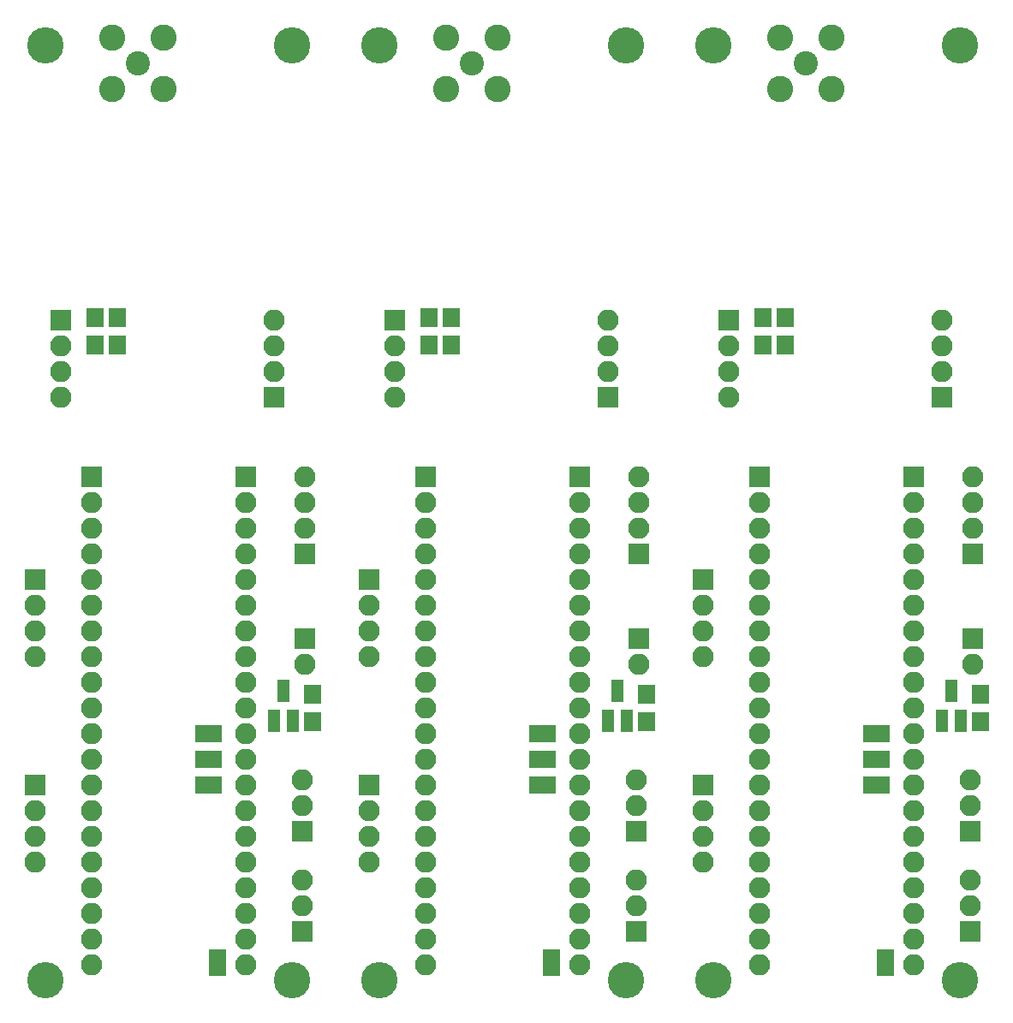
<source format=gbs>
G04 #@! TF.FileFunction,Soldermask,Bot*
%FSLAX46Y46*%
G04 Gerber Fmt 4.6, Leading zero omitted, Abs format (unit mm)*
G04 Created by KiCad (PCBNEW 4.0.6) date Tue Sep  5 22:17:11 2017*
%MOMM*%
%LPD*%
G01*
G04 APERTURE LIST*
%ADD10C,0.100000*%
%ADD11R,1.200000X2.300000*%
%ADD12C,3.600000*%
%ADD13R,2.100000X2.100000*%
%ADD14O,2.100000X2.100000*%
%ADD15R,1.370000X1.670000*%
%ADD16R,1.670000X1.370000*%
%ADD17C,2.600000*%
%ADD18C,2.400000*%
%ADD19R,1.700000X1.900000*%
G04 APERTURE END LIST*
D10*
D11*
X79497000Y-95631000D03*
X77597000Y-95631000D03*
X78547000Y-92631000D03*
D12*
X54991000Y-28797000D03*
X54991000Y-121285000D03*
X79375000Y-121285000D03*
D13*
X80645000Y-79121000D03*
D14*
X80645000Y-76581000D03*
X80645000Y-74041000D03*
X80645000Y-71501000D03*
D13*
X53975000Y-101981000D03*
D14*
X53975000Y-104521000D03*
X53975000Y-107061000D03*
X53975000Y-109601000D03*
D15*
X70485000Y-99441000D03*
X71765000Y-99441000D03*
X70485000Y-101981000D03*
X71765000Y-101981000D03*
D16*
X72009000Y-120147000D03*
X72009000Y-118867000D03*
D13*
X53975000Y-81661000D03*
D14*
X53975000Y-84201000D03*
X53975000Y-86741000D03*
X53975000Y-89281000D03*
D13*
X59605000Y-71465000D03*
D14*
X59605000Y-74005000D03*
X59605000Y-76545000D03*
X59605000Y-79085000D03*
X59605000Y-81625000D03*
X59605000Y-84165000D03*
X59605000Y-86705000D03*
X59605000Y-89245000D03*
X59605000Y-91785000D03*
X59605000Y-94325000D03*
X59605000Y-96865000D03*
X59605000Y-99405000D03*
X59605000Y-101945000D03*
X59605000Y-104485000D03*
X59605000Y-107025000D03*
X59605000Y-109565000D03*
X59605000Y-112105000D03*
X59605000Y-114645000D03*
X59605000Y-117185000D03*
X59605000Y-119725000D03*
D13*
X80391000Y-116459000D03*
D14*
X80391000Y-113919000D03*
X80391000Y-111379000D03*
D13*
X77597000Y-63627000D03*
D14*
X77597000Y-61087000D03*
X77597000Y-58547000D03*
X77597000Y-56007000D03*
D13*
X74845000Y-71465000D03*
D14*
X74845000Y-74005000D03*
X74845000Y-76545000D03*
X74845000Y-79085000D03*
X74845000Y-81625000D03*
X74845000Y-84165000D03*
X74845000Y-86705000D03*
X74845000Y-89245000D03*
X74845000Y-91785000D03*
X74845000Y-94325000D03*
X74845000Y-96865000D03*
X74845000Y-99405000D03*
X74845000Y-101945000D03*
X74845000Y-104485000D03*
X74845000Y-107025000D03*
X74845000Y-109565000D03*
X74845000Y-112105000D03*
X74845000Y-114645000D03*
X74845000Y-117185000D03*
X74845000Y-119725000D03*
D13*
X56515000Y-56007000D03*
D14*
X56515000Y-58547000D03*
X56515000Y-61087000D03*
X56515000Y-63627000D03*
D13*
X80391000Y-106553000D03*
D14*
X80391000Y-104013000D03*
X80391000Y-101473000D03*
D15*
X70485000Y-96901000D03*
X71765000Y-96901000D03*
D17*
X61595000Y-33115000D03*
X61595000Y-28035000D03*
X66675000Y-28035000D03*
X66675000Y-33115000D03*
D18*
X64135000Y-30575000D03*
D12*
X79375000Y-28797000D03*
D13*
X80645000Y-87503000D03*
D14*
X80645000Y-90043000D03*
D19*
X81407000Y-95711000D03*
X81407000Y-93011000D03*
X59944000Y-55720000D03*
X59944000Y-58420000D03*
X62103000Y-55720000D03*
X62103000Y-58420000D03*
D11*
X112517000Y-95631000D03*
X110617000Y-95631000D03*
X111567000Y-92631000D03*
D12*
X88011000Y-28797000D03*
X88011000Y-121285000D03*
X112395000Y-121285000D03*
D13*
X113665000Y-79121000D03*
D14*
X113665000Y-76581000D03*
X113665000Y-74041000D03*
X113665000Y-71501000D03*
D13*
X86995000Y-101981000D03*
D14*
X86995000Y-104521000D03*
X86995000Y-107061000D03*
X86995000Y-109601000D03*
D15*
X103505000Y-99441000D03*
X104785000Y-99441000D03*
X103505000Y-101981000D03*
X104785000Y-101981000D03*
D16*
X105029000Y-120147000D03*
X105029000Y-118867000D03*
D13*
X86995000Y-81661000D03*
D14*
X86995000Y-84201000D03*
X86995000Y-86741000D03*
X86995000Y-89281000D03*
D13*
X92625000Y-71465000D03*
D14*
X92625000Y-74005000D03*
X92625000Y-76545000D03*
X92625000Y-79085000D03*
X92625000Y-81625000D03*
X92625000Y-84165000D03*
X92625000Y-86705000D03*
X92625000Y-89245000D03*
X92625000Y-91785000D03*
X92625000Y-94325000D03*
X92625000Y-96865000D03*
X92625000Y-99405000D03*
X92625000Y-101945000D03*
X92625000Y-104485000D03*
X92625000Y-107025000D03*
X92625000Y-109565000D03*
X92625000Y-112105000D03*
X92625000Y-114645000D03*
X92625000Y-117185000D03*
X92625000Y-119725000D03*
D13*
X113411000Y-116459000D03*
D14*
X113411000Y-113919000D03*
X113411000Y-111379000D03*
D13*
X110617000Y-63627000D03*
D14*
X110617000Y-61087000D03*
X110617000Y-58547000D03*
X110617000Y-56007000D03*
D13*
X107865000Y-71465000D03*
D14*
X107865000Y-74005000D03*
X107865000Y-76545000D03*
X107865000Y-79085000D03*
X107865000Y-81625000D03*
X107865000Y-84165000D03*
X107865000Y-86705000D03*
X107865000Y-89245000D03*
X107865000Y-91785000D03*
X107865000Y-94325000D03*
X107865000Y-96865000D03*
X107865000Y-99405000D03*
X107865000Y-101945000D03*
X107865000Y-104485000D03*
X107865000Y-107025000D03*
X107865000Y-109565000D03*
X107865000Y-112105000D03*
X107865000Y-114645000D03*
X107865000Y-117185000D03*
X107865000Y-119725000D03*
D13*
X89535000Y-56007000D03*
D14*
X89535000Y-58547000D03*
X89535000Y-61087000D03*
X89535000Y-63627000D03*
D13*
X113411000Y-106553000D03*
D14*
X113411000Y-104013000D03*
X113411000Y-101473000D03*
D15*
X103505000Y-96901000D03*
X104785000Y-96901000D03*
D17*
X94615000Y-33115000D03*
X94615000Y-28035000D03*
X99695000Y-28035000D03*
X99695000Y-33115000D03*
D18*
X97155000Y-30575000D03*
D12*
X112395000Y-28797000D03*
D13*
X113665000Y-87503000D03*
D14*
X113665000Y-90043000D03*
D19*
X114427000Y-95711000D03*
X114427000Y-93011000D03*
X92964000Y-55720000D03*
X92964000Y-58420000D03*
X95123000Y-55720000D03*
X95123000Y-58420000D03*
D11*
X145537000Y-95631000D03*
X143637000Y-95631000D03*
X144587000Y-92631000D03*
D12*
X121031000Y-28797000D03*
X121031000Y-121285000D03*
X145415000Y-121285000D03*
D13*
X146685000Y-79121000D03*
D14*
X146685000Y-76581000D03*
X146685000Y-74041000D03*
X146685000Y-71501000D03*
D13*
X120015000Y-101981000D03*
D14*
X120015000Y-104521000D03*
X120015000Y-107061000D03*
X120015000Y-109601000D03*
D15*
X136525000Y-99441000D03*
X137805000Y-99441000D03*
X136525000Y-101981000D03*
X137805000Y-101981000D03*
D16*
X138049000Y-120147000D03*
X138049000Y-118867000D03*
D13*
X120015000Y-81661000D03*
D14*
X120015000Y-84201000D03*
X120015000Y-86741000D03*
X120015000Y-89281000D03*
D13*
X125645000Y-71465000D03*
D14*
X125645000Y-74005000D03*
X125645000Y-76545000D03*
X125645000Y-79085000D03*
X125645000Y-81625000D03*
X125645000Y-84165000D03*
X125645000Y-86705000D03*
X125645000Y-89245000D03*
X125645000Y-91785000D03*
X125645000Y-94325000D03*
X125645000Y-96865000D03*
X125645000Y-99405000D03*
X125645000Y-101945000D03*
X125645000Y-104485000D03*
X125645000Y-107025000D03*
X125645000Y-109565000D03*
X125645000Y-112105000D03*
X125645000Y-114645000D03*
X125645000Y-117185000D03*
X125645000Y-119725000D03*
D13*
X146431000Y-116459000D03*
D14*
X146431000Y-113919000D03*
X146431000Y-111379000D03*
D13*
X143637000Y-63627000D03*
D14*
X143637000Y-61087000D03*
X143637000Y-58547000D03*
X143637000Y-56007000D03*
D13*
X140885000Y-71465000D03*
D14*
X140885000Y-74005000D03*
X140885000Y-76545000D03*
X140885000Y-79085000D03*
X140885000Y-81625000D03*
X140885000Y-84165000D03*
X140885000Y-86705000D03*
X140885000Y-89245000D03*
X140885000Y-91785000D03*
X140885000Y-94325000D03*
X140885000Y-96865000D03*
X140885000Y-99405000D03*
X140885000Y-101945000D03*
X140885000Y-104485000D03*
X140885000Y-107025000D03*
X140885000Y-109565000D03*
X140885000Y-112105000D03*
X140885000Y-114645000D03*
X140885000Y-117185000D03*
X140885000Y-119725000D03*
D13*
X122555000Y-56007000D03*
D14*
X122555000Y-58547000D03*
X122555000Y-61087000D03*
X122555000Y-63627000D03*
D13*
X146431000Y-106553000D03*
D14*
X146431000Y-104013000D03*
X146431000Y-101473000D03*
D15*
X136525000Y-96901000D03*
X137805000Y-96901000D03*
D17*
X127635000Y-33115000D03*
X127635000Y-28035000D03*
X132715000Y-28035000D03*
X132715000Y-33115000D03*
D18*
X130175000Y-30575000D03*
D12*
X145415000Y-28797000D03*
D13*
X146685000Y-87503000D03*
D14*
X146685000Y-90043000D03*
D19*
X147447000Y-95711000D03*
X147447000Y-93011000D03*
X125984000Y-55720000D03*
X125984000Y-58420000D03*
X128143000Y-55720000D03*
X128143000Y-58420000D03*
M02*

</source>
